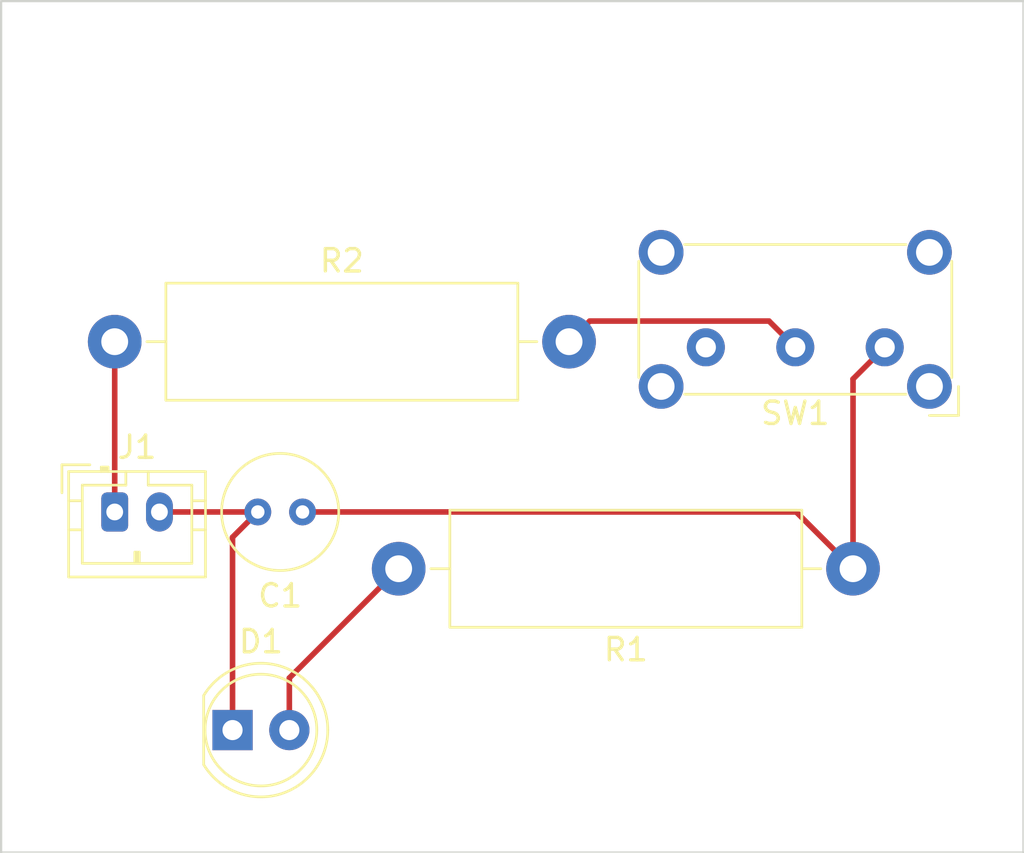
<source format=kicad_pcb>
(kicad_pcb (version 20211014) (generator pcbnew)
  (layers (0 "F.Cu" signal) (31 "B.Cu" signal) (34 "B.Paste" user) (35 "F.Paste" user) (36 "B.SilkS" user "B.Silkscreen") (37 "F.SilkS" user "F.Silkscreen") (38 "B.Mask" user) (39 "F.Mask" user) (44 "Edge.Cuts" user))
  (net 0 "")
  (net 1 "Net-(C1-Pad1)")
  (net 2 "Net-(C1-Pad2)")
  (net 3 "Net-(D1-Pad2)")
  (net 4 "Net-(J1-Pad1)")
  (net 5 "Net-(R2-Pad2)")
  (footprint "LED_THT:LED_D5.0mm" (layer "F.Cu") (at 137.349936 103.740528)
    (fp_text reference "D1" (at 1.27 -3.96) (layer "F.SilkS"))
    (fp_text value "LED")
    (fp_line (start -1.29 -1.545) (end -1.29 1.545) (layer "F.SilkS") (width 0.12))
    (fp_arc (start -1.29 -1.54483) (mid 2.072002 -2.880433) (end 4.26 0.000462) (layer "F.SilkS") (width 0.12))
    (fp_arc (start 4.26 -0.000462) (mid 2.072002 2.880433) (end -1.29 1.54483) (layer "F.SilkS") (width 0.12))
    (fp_circle (center 1.27 0) (end 3.77 0) (layer "F.SilkS") (width 0.12) (fill none))
    (pad "1" thru_hole rect (at 0 0) (size 1.8 1.8) (drill 0.9) (layers *.Cu *.Mask) (net 2 "Net-(C1-Pad2)"))
    (pad "2" thru_hole circle (at 2.54 0) (size 1.8 1.8) (drill 0.9) (layers *.Cu *.Mask) (net 3 "Net-(D1-Pad2)"))
  )
  (footprint "Button_Switch_THT:SW_E-Switch_EG1224_SPDT_Angled" (layer "F.Cu") (at 166.5175 86.6125 180)
    (fp_text reference "SW1" (at 4 -2.95) (layer "F.SilkS"))
    (fp_text value "SW_SPDT")
    (fp_line (start -3.3 -1.75) (end -3.3 -3.05) (layer "F.SilkS") (width 0.12))
    (fp_line (start 11 -1.35) (end 11 3.85) (layer "F.SilkS") (width 0.12))
    (fp_line (start -3 3.85) (end -3 -1.35) (layer "F.SilkS") (width 0.12))
    (fp_line (start 8.95 4.6) (end -0.95 4.6) (layer "F.SilkS") (width 0.12))
    (fp_line (start -0.95 -2.1) (end 8.95 -2.1) (layer "F.SilkS") (width 0.12))
    (fp_line (start -3.3 -3.05) (end -2 -3.05) (layer "F.SilkS") (width 0.12))
    (pad "" thru_hole circle (at 10 -1.75 180) (size 2 2) (drill 1.2) (layers *.Cu *.Mask))
    (pad "" thru_hole circle (at 10 4.25 180) (size 2 2) (drill 1.2) (layers *.Cu *.Mask))
    (pad "" thru_hole circle (at -2 4.25 180) (size 2 2) (drill 1.2) (layers *.Cu *.Mask))
    (pad "" thru_hole circle (at -2 -1.75 180) (size 2 2) (drill 1.2) (layers *.Cu *.Mask))
    (pad "1" thru_hole circle (at 0 0 180) (size 1.7 1.7) (drill 0.9) (layers *.Cu *.Mask) (net 1 "Net-(C1-Pad1)"))
    (pad "2" thru_hole circle (at 4 0 180) (size 1.7 1.7) (drill 0.9) (layers *.Cu *.Mask) (net 5 "Net-(R2-Pad2)"))
    (pad "3" thru_hole circle (at 8 0 180) (size 1.7 1.7) (drill 0.9) (layers *.Cu *.Mask))
  )
  (footprint "Resistor_THT:R_Axial_DIN0516_L15.5mm_D5.0mm_P20.32mm_Horizontal" (layer "F.Cu") (at 165.1 96.52 180)
    (fp_text reference "R1" (at 10.16 -3.62) (layer "F.SilkS"))
    (fp_text value "20 kΩ")
    (fp_line (start 2.29 -2.62) (end 2.29 2.62) (layer "F.SilkS") (width 0.12))
    (fp_line (start 18.88 0) (end 18.03 0) (layer "F.SilkS") (width 0.12))
    (fp_line (start 1.44 0) (end 2.29 0) (layer "F.SilkS") (width 0.12))
    (fp_line (start 18.03 2.62) (end 18.03 -2.62) (layer "F.SilkS") (width 0.12))
    (fp_line (start 18.03 -2.62) (end 2.29 -2.62) (layer "F.SilkS") (width 0.12))
    (fp_line (start 2.29 2.62) (end 18.03 2.62) (layer "F.SilkS") (width 0.12))
    (pad "1" thru_hole circle (at 0 0 180) (size 2.4 2.4) (drill 1.2) (layers *.Cu *.Mask) (net 1 "Net-(C1-Pad1)"))
    (pad "2" thru_hole oval (at 20.32 0 180) (size 2.4 2.4) (drill 1.2) (layers *.Cu *.Mask) (net 3 "Net-(D1-Pad2)"))
  )
  (footprint "Resistor_THT:R_Axial_DIN0516_L15.5mm_D5.0mm_P20.32mm_Horizontal" (layer "F.Cu") (at 132.08 86.36)
    (fp_text reference "R2" (at 10.16 -3.62) (layer "F.SilkS"))
    (fp_text value "2.2 kΩ")
    (fp_line (start 1.44 0) (end 2.29 0) (layer "F.SilkS") (width 0.12))
    (fp_line (start 2.29 2.62) (end 18.03 2.62) (layer "F.SilkS") (width 0.12))
    (fp_line (start 18.88 0) (end 18.03 0) (layer "F.SilkS") (width 0.12))
    (fp_line (start 18.03 2.62) (end 18.03 -2.62) (layer "F.SilkS") (width 0.12))
    (fp_line (start 2.29 -2.62) (end 2.29 2.62) (layer "F.SilkS") (width 0.12))
    (fp_line (start 18.03 -2.62) (end 2.29 -2.62) (layer "F.SilkS") (width 0.12))
    (pad "1" thru_hole circle (at 0 0) (size 2.4 2.4) (drill 1.2) (layers *.Cu *.Mask) (net 4 "Net-(J1-Pad1)"))
    (pad "2" thru_hole oval (at 20.32 0) (size 2.4 2.4) (drill 1.2) (layers *.Cu *.Mask) (net 5 "Net-(R2-Pad2)"))
  )
  (footprint "Connector_JST:JST_PH_B2B-PH-K_1x02_P2.00mm_Vertical" (layer "F.Cu") (at 132.08 93.98)
    (fp_text reference "J1" (at 1 -2.9) (layer "F.SilkS"))
    (fp_text value "9 V")
    (fp_line (start -1.45 2.3) (end 3.45 2.3) (layer "F.SilkS") (width 0.12))
    (fp_line (start -0.3 -1.91) (end -0.6 -1.91) (layer "F.SilkS") (width 0.12))
    (fp_line (start 0.9 2.3) (end 0.9 1.8) (layer "F.SilkS") (width 0.12))
    (fp_line (start 0.5 -1.2) (end -1.45 -1.2) (layer "F.SilkS") (width 0.12))
    (fp_line (start 1.5 -1.2) (end 1.5 -1.81) (layer "F.SilkS") (width 0.12))
    (fp_line (start -0.6 -2.01) (end -0.6 -1.81) (layer "F.SilkS") (width 0.12))
    (fp_line (start -2.06 -1.81) (end -2.06 2.91) (layer "F.SilkS") (width 0.12))
    (fp_line (start -2.06 2.91) (end 4.06 2.91) (layer "F.SilkS") (width 0.12))
    (fp_line (start 3.45 2.3) (end 3.45 -1.2) (layer "F.SilkS") (width 0.12))
    (fp_line (start -2.06 0.8) (end -1.45 0.8) (layer "F.SilkS") (width 0.12))
    (fp_line (start -1.45 -1.2) (end -1.45 2.3) (layer "F.SilkS") (width 0.12))
    (fp_line (start 4.06 2.91) (end 4.06 -1.81) (layer "F.SilkS") (width 0.12))
    (fp_line (start 0.5 -1.81) (end 0.5 -1.2) (layer "F.SilkS") (width 0.12))
    (fp_line (start 1 2.3) (end 1 1.8) (layer "F.SilkS") (width 0.12))
    (fp_line (start 3.45 -1.2) (end 1.5 -1.2) (layer "F.SilkS") (width 0.12))
    (fp_line (start 4.06 -0.5) (end 3.45 -0.5) (layer "F.SilkS") (width 0.12))
    (fp_line (start 4.06 0.8) (end 3.45 0.8) (layer "F.SilkS") (width 0.12))
    (fp_line (start 4.06 -1.81) (end -2.06 -1.81) (layer "F.SilkS") (width 0.12))
    (fp_line (start -0.3 -2.01) (end -0.6 -2.01) (layer "F.SilkS") (width 0.12))
    (fp_line (start 0.9 1.8) (end 1.1 1.8) (layer "F.SilkS") (width 0.12))
    (fp_line (start 1.1 1.8) (end 1.1 2.3) (layer "F.SilkS") (width 0.12))
    (fp_line (start -2.06 -0.5) (end -1.45 -0.5) (layer "F.SilkS") (width 0.12))
    (fp_line (start -0.3 -1.81) (end -0.3 -2.01) (layer "F.SilkS") (width 0.12))
    (fp_line (start -1.11 -2.11) (end -2.36 -2.11) (layer "F.SilkS") (width 0.12))
    (fp_line (start -2.36 -2.11) (end -2.36 -0.86) (layer "F.SilkS") (width 0.12))
    (pad "1" thru_hole roundrect (at 0 0) (size 1.2 1.75) (drill 0.75) (layers *.Cu *.Mask) (roundrect_rratio 0.208333) (net 4 "Net-(J1-Pad1)"))
    (pad "2" thru_hole oval (at 2 0) (size 1.2 1.75) (drill 0.75) (layers *.Cu *.Mask) (net 2 "Net-(C1-Pad2)"))
  )
  (footprint "Capacitor_THT:C_Radial_D5.0mm_H5.0mm_P2.00mm" (layer "F.Cu") (at 140.48 93.98 180)
    (fp_text reference "C1" (at 1 -3.75) (layer "F.SilkS"))
    (fp_text value "4.7 μF")
    (fp_circle (center 1 0) (end 3.62 0) (layer "F.SilkS") (width 0.12) (fill none))
    (pad "1" thru_hole circle (at 0 0 180) (size 1.2 1.2) (drill 0.6) (layers *.Cu *.Mask) (net 1 "Net-(C1-Pad1)"))
    (pad "2" thru_hole circle (at 2 0 180) (size 1.2 1.2) (drill 0.6) (layers *.Cu *.Mask) (net 2 "Net-(C1-Pad2)"))
  )
  (gr_rect (start 172.72 109.22) (end 127 71.12) (layer "Edge.Cuts") (width 0.1) (fill none))
  (segment (start 165.1 88.03) (end 165.1 96.52) (width 0.25) (layer "F.Cu") (net 1))
  (segment (start 162.56 93.98) (end 165.1 96.52) (width 0.25) (layer "F.Cu") (net 1))
  (segment (start 140.48 93.98) (end 162.56 93.98) (width 0.25) (layer "F.Cu") (net 1))
  (segment (start 166.5175 86.6125) (end 165.1 88.03) (width 0.25) (layer "F.Cu") (net 1))
  (segment (start 137.349936 95.110064) (end 138.48 93.98) (width 0.25) (layer "F.Cu") (net 2))
  (segment (start 137.349936 103.740528) (end 137.349936 95.110064) (width 0.25) (layer "F.Cu") (net 2))
  (segment (start 134.08 93.98) (end 138.48 93.98) (width 0.25) (layer "F.Cu") (net 2))
  (segment (start 144.78 96.52) (end 139.889936 101.410064) (width 0.25) (layer "F.Cu") (net 3))
  (segment (start 139.889936 101.410064) (end 139.889936 103.740528) (width 0.25) (layer "F.Cu") (net 3))
  (segment (start 132.08 93.98) (end 132.08 86.36) (width 0.25) (layer "F.Cu") (net 4))
  (segment (start 161.3425 85.4375) (end 153.3225 85.4375) (width 0.25) (layer "F.Cu") (net 5))
  (segment (start 162.5175 86.6125) (end 161.3425 85.4375) (width 0.25) (layer "F.Cu") (net 5))
  (segment (start 153.3225 85.4375) (end 152.4 86.36) (width 0.25) (layer "F.Cu") (net 5))
)
</source>
